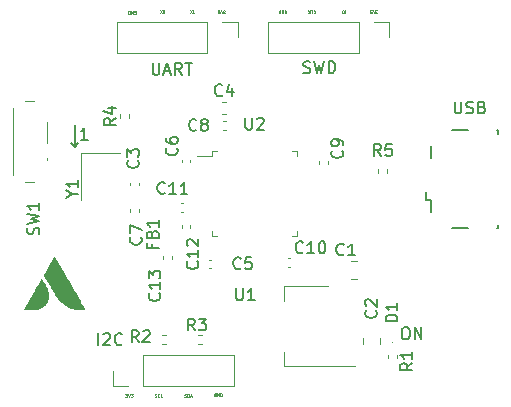
<source format=gbr>
%TF.GenerationSoftware,KiCad,Pcbnew,(6.0.10)*%
%TF.CreationDate,2023-05-01T12:45:21+05:45*%
%TF.ProjectId,arduino,61726475-696e-46f2-9e6b-696361645f70,rev?*%
%TF.SameCoordinates,Original*%
%TF.FileFunction,Legend,Top*%
%TF.FilePolarity,Positive*%
%FSLAX46Y46*%
G04 Gerber Fmt 4.6, Leading zero omitted, Abs format (unit mm)*
G04 Created by KiCad (PCBNEW (6.0.10)) date 2023-05-01 12:45:21*
%MOMM*%
%LPD*%
G01*
G04 APERTURE LIST*
%ADD10C,0.150000*%
%ADD11C,0.062500*%
%ADD12C,0.100000*%
%ADD13C,0.120000*%
G04 APERTURE END LIST*
D10*
X115255952Y-93952380D02*
X115446428Y-93952380D01*
X115541666Y-94000000D01*
X115636904Y-94095238D01*
X115684523Y-94285714D01*
X115684523Y-94619047D01*
X115636904Y-94809523D01*
X115541666Y-94904761D01*
X115446428Y-94952380D01*
X115255952Y-94952380D01*
X115160714Y-94904761D01*
X115065476Y-94809523D01*
X115017857Y-94619047D01*
X115017857Y-94285714D01*
X115065476Y-94095238D01*
X115160714Y-94000000D01*
X115255952Y-93952380D01*
X116113095Y-94952380D02*
X116113095Y-93952380D01*
X116684523Y-94952380D01*
X116684523Y-93952380D01*
X89323809Y-95452380D02*
X89323809Y-94452380D01*
X89752380Y-94547619D02*
X89800000Y-94500000D01*
X89895238Y-94452380D01*
X90133333Y-94452380D01*
X90228571Y-94500000D01*
X90276190Y-94547619D01*
X90323809Y-94642857D01*
X90323809Y-94738095D01*
X90276190Y-94880952D01*
X89704761Y-95452380D01*
X90323809Y-95452380D01*
X91323809Y-95357142D02*
X91276190Y-95404761D01*
X91133333Y-95452380D01*
X91038095Y-95452380D01*
X90895238Y-95404761D01*
X90800000Y-95309523D01*
X90752380Y-95214285D01*
X90704761Y-95023809D01*
X90704761Y-94880952D01*
X90752380Y-94690476D01*
X90800000Y-94595238D01*
X90895238Y-94500000D01*
X91038095Y-94452380D01*
X91133333Y-94452380D01*
X91276190Y-94500000D01*
X91323809Y-94547619D01*
X106692857Y-72379761D02*
X106835714Y-72427380D01*
X107073809Y-72427380D01*
X107169047Y-72379761D01*
X107216666Y-72332142D01*
X107264285Y-72236904D01*
X107264285Y-72141666D01*
X107216666Y-72046428D01*
X107169047Y-71998809D01*
X107073809Y-71951190D01*
X106883333Y-71903571D01*
X106788095Y-71855952D01*
X106740476Y-71808333D01*
X106692857Y-71713095D01*
X106692857Y-71617857D01*
X106740476Y-71522619D01*
X106788095Y-71475000D01*
X106883333Y-71427380D01*
X107121428Y-71427380D01*
X107264285Y-71475000D01*
X107597619Y-71427380D02*
X107835714Y-72427380D01*
X108026190Y-71713095D01*
X108216666Y-72427380D01*
X108454761Y-71427380D01*
X108835714Y-72427380D02*
X108835714Y-71427380D01*
X109073809Y-71427380D01*
X109216666Y-71475000D01*
X109311904Y-71570238D01*
X109359523Y-71665476D01*
X109407142Y-71855952D01*
X109407142Y-71998809D01*
X109359523Y-72189285D01*
X109311904Y-72284523D01*
X109216666Y-72379761D01*
X109073809Y-72427380D01*
X108835714Y-72427380D01*
X93929761Y-71552380D02*
X93929761Y-72361904D01*
X93977380Y-72457142D01*
X94025000Y-72504761D01*
X94120238Y-72552380D01*
X94310714Y-72552380D01*
X94405952Y-72504761D01*
X94453571Y-72457142D01*
X94501190Y-72361904D01*
X94501190Y-71552380D01*
X94929761Y-72266666D02*
X95405952Y-72266666D01*
X94834523Y-72552380D02*
X95167857Y-71552380D01*
X95501190Y-72552380D01*
X96405952Y-72552380D02*
X96072619Y-72076190D01*
X95834523Y-72552380D02*
X95834523Y-71552380D01*
X96215476Y-71552380D01*
X96310714Y-71600000D01*
X96358333Y-71647619D01*
X96405952Y-71742857D01*
X96405952Y-71885714D01*
X96358333Y-71980952D01*
X96310714Y-72028571D01*
X96215476Y-72076190D01*
X95834523Y-72076190D01*
X96691666Y-71552380D02*
X97263095Y-71552380D01*
X96977380Y-72552380D02*
X96977380Y-71552380D01*
X119488095Y-74827380D02*
X119488095Y-75636904D01*
X119535714Y-75732142D01*
X119583333Y-75779761D01*
X119678571Y-75827380D01*
X119869047Y-75827380D01*
X119964285Y-75779761D01*
X120011904Y-75732142D01*
X120059523Y-75636904D01*
X120059523Y-74827380D01*
X120488095Y-75779761D02*
X120630952Y-75827380D01*
X120869047Y-75827380D01*
X120964285Y-75779761D01*
X121011904Y-75732142D01*
X121059523Y-75636904D01*
X121059523Y-75541666D01*
X121011904Y-75446428D01*
X120964285Y-75398809D01*
X120869047Y-75351190D01*
X120678571Y-75303571D01*
X120583333Y-75255952D01*
X120535714Y-75208333D01*
X120488095Y-75113095D01*
X120488095Y-75017857D01*
X120535714Y-74922619D01*
X120583333Y-74875000D01*
X120678571Y-74827380D01*
X120916666Y-74827380D01*
X121059523Y-74875000D01*
X121821428Y-75303571D02*
X121964285Y-75351190D01*
X122011904Y-75398809D01*
X122059523Y-75494047D01*
X122059523Y-75636904D01*
X122011904Y-75732142D01*
X121964285Y-75779761D01*
X121869047Y-75827380D01*
X121488095Y-75827380D01*
X121488095Y-74827380D01*
X121821428Y-74827380D01*
X121916666Y-74875000D01*
X121964285Y-74922619D01*
X122011904Y-75017857D01*
X122011904Y-75113095D01*
X121964285Y-75208333D01*
X121916666Y-75255952D01*
X121821428Y-75303571D01*
X121488095Y-75303571D01*
D11*
X94102380Y-99826190D02*
X94138095Y-99838095D01*
X94197619Y-99838095D01*
X94221428Y-99826190D01*
X94233333Y-99814285D01*
X94245238Y-99790476D01*
X94245238Y-99766666D01*
X94233333Y-99742857D01*
X94221428Y-99730952D01*
X94197619Y-99719047D01*
X94150000Y-99707142D01*
X94126190Y-99695238D01*
X94114285Y-99683333D01*
X94102380Y-99659523D01*
X94102380Y-99635714D01*
X94114285Y-99611904D01*
X94126190Y-99600000D01*
X94150000Y-99588095D01*
X94209523Y-99588095D01*
X94245238Y-99600000D01*
X94495238Y-99814285D02*
X94483333Y-99826190D01*
X94447619Y-99838095D01*
X94423809Y-99838095D01*
X94388095Y-99826190D01*
X94364285Y-99802380D01*
X94352380Y-99778571D01*
X94340476Y-99730952D01*
X94340476Y-99695238D01*
X94352380Y-99647619D01*
X94364285Y-99623809D01*
X94388095Y-99600000D01*
X94423809Y-99588095D01*
X94447619Y-99588095D01*
X94483333Y-99600000D01*
X94495238Y-99611904D01*
X94721428Y-99838095D02*
X94602380Y-99838095D01*
X94602380Y-99588095D01*
X99284523Y-99550000D02*
X99260714Y-99538095D01*
X99225000Y-99538095D01*
X99189285Y-99550000D01*
X99165476Y-99573809D01*
X99153571Y-99597619D01*
X99141666Y-99645238D01*
X99141666Y-99680952D01*
X99153571Y-99728571D01*
X99165476Y-99752380D01*
X99189285Y-99776190D01*
X99225000Y-99788095D01*
X99248809Y-99788095D01*
X99284523Y-99776190D01*
X99296428Y-99764285D01*
X99296428Y-99680952D01*
X99248809Y-99680952D01*
X99403571Y-99788095D02*
X99403571Y-99538095D01*
X99546428Y-99788095D01*
X99546428Y-99538095D01*
X99665476Y-99788095D02*
X99665476Y-99538095D01*
X99725000Y-99538095D01*
X99760714Y-99550000D01*
X99784523Y-99573809D01*
X99796428Y-99597619D01*
X99808333Y-99645238D01*
X99808333Y-99680952D01*
X99796428Y-99728571D01*
X99784523Y-99752380D01*
X99760714Y-99776190D01*
X99725000Y-99788095D01*
X99665476Y-99788095D01*
X96621428Y-99826190D02*
X96657142Y-99838095D01*
X96716666Y-99838095D01*
X96740476Y-99826190D01*
X96752380Y-99814285D01*
X96764285Y-99790476D01*
X96764285Y-99766666D01*
X96752380Y-99742857D01*
X96740476Y-99730952D01*
X96716666Y-99719047D01*
X96669047Y-99707142D01*
X96645238Y-99695238D01*
X96633333Y-99683333D01*
X96621428Y-99659523D01*
X96621428Y-99635714D01*
X96633333Y-99611904D01*
X96645238Y-99600000D01*
X96669047Y-99588095D01*
X96728571Y-99588095D01*
X96764285Y-99600000D01*
X96871428Y-99838095D02*
X96871428Y-99588095D01*
X96930952Y-99588095D01*
X96966666Y-99600000D01*
X96990476Y-99623809D01*
X97002380Y-99647619D01*
X97014285Y-99695238D01*
X97014285Y-99730952D01*
X97002380Y-99778571D01*
X96990476Y-99802380D01*
X96966666Y-99826190D01*
X96930952Y-99838095D01*
X96871428Y-99838095D01*
X97109523Y-99766666D02*
X97228571Y-99766666D01*
X97085714Y-99838095D02*
X97169047Y-99588095D01*
X97252380Y-99838095D01*
X91615476Y-99588095D02*
X91770238Y-99588095D01*
X91686904Y-99683333D01*
X91722619Y-99683333D01*
X91746428Y-99695238D01*
X91758333Y-99707142D01*
X91770238Y-99730952D01*
X91770238Y-99790476D01*
X91758333Y-99814285D01*
X91746428Y-99826190D01*
X91722619Y-99838095D01*
X91651190Y-99838095D01*
X91627380Y-99826190D01*
X91615476Y-99814285D01*
X91841666Y-99588095D02*
X91925000Y-99838095D01*
X92008333Y-99588095D01*
X92067857Y-99588095D02*
X92222619Y-99588095D01*
X92139285Y-99683333D01*
X92175000Y-99683333D01*
X92198809Y-99695238D01*
X92210714Y-99707142D01*
X92222619Y-99730952D01*
X92222619Y-99790476D01*
X92210714Y-99814285D01*
X92198809Y-99826190D01*
X92175000Y-99838095D01*
X92103571Y-99838095D01*
X92079761Y-99826190D01*
X92067857Y-99814285D01*
X110230952Y-67111904D02*
X110230952Y-67361904D01*
X110064285Y-67361904D02*
X110016666Y-67361904D01*
X109992857Y-67350000D01*
X109969047Y-67326190D01*
X109957142Y-67278571D01*
X109957142Y-67195238D01*
X109969047Y-67147619D01*
X109992857Y-67123809D01*
X110016666Y-67111904D01*
X110064285Y-67111904D01*
X110088095Y-67123809D01*
X110111904Y-67147619D01*
X110123809Y-67195238D01*
X110123809Y-67278571D01*
X110111904Y-67326190D01*
X110088095Y-67350000D01*
X110064285Y-67361904D01*
X105115476Y-67350000D02*
X105139285Y-67361904D01*
X105175000Y-67361904D01*
X105210714Y-67350000D01*
X105234523Y-67326190D01*
X105246428Y-67302380D01*
X105258333Y-67254761D01*
X105258333Y-67219047D01*
X105246428Y-67171428D01*
X105234523Y-67147619D01*
X105210714Y-67123809D01*
X105175000Y-67111904D01*
X105151190Y-67111904D01*
X105115476Y-67123809D01*
X105103571Y-67135714D01*
X105103571Y-67219047D01*
X105151190Y-67219047D01*
X104996428Y-67111904D02*
X104996428Y-67361904D01*
X104853571Y-67111904D01*
X104853571Y-67361904D01*
X104734523Y-67111904D02*
X104734523Y-67361904D01*
X104675000Y-67361904D01*
X104639285Y-67350000D01*
X104615476Y-67326190D01*
X104603571Y-67302380D01*
X104591666Y-67254761D01*
X104591666Y-67219047D01*
X104603571Y-67171428D01*
X104615476Y-67147619D01*
X104639285Y-67123809D01*
X104675000Y-67111904D01*
X104734523Y-67111904D01*
X107548809Y-67135714D02*
X107560714Y-67123809D01*
X107596428Y-67111904D01*
X107620238Y-67111904D01*
X107655952Y-67123809D01*
X107679761Y-67147619D01*
X107691666Y-67171428D01*
X107703571Y-67219047D01*
X107703571Y-67254761D01*
X107691666Y-67302380D01*
X107679761Y-67326190D01*
X107655952Y-67350000D01*
X107620238Y-67361904D01*
X107596428Y-67361904D01*
X107560714Y-67350000D01*
X107548809Y-67338095D01*
X107322619Y-67111904D02*
X107441666Y-67111904D01*
X107441666Y-67361904D01*
X107239285Y-67111904D02*
X107239285Y-67361904D01*
X107096428Y-67111904D02*
X107203571Y-67254761D01*
X107096428Y-67361904D02*
X107239285Y-67219047D01*
X112934523Y-67336904D02*
X112779761Y-67336904D01*
X112863095Y-67241666D01*
X112827380Y-67241666D01*
X112803571Y-67229761D01*
X112791666Y-67217857D01*
X112779761Y-67194047D01*
X112779761Y-67134523D01*
X112791666Y-67110714D01*
X112803571Y-67098809D01*
X112827380Y-67086904D01*
X112898809Y-67086904D01*
X112922619Y-67098809D01*
X112934523Y-67110714D01*
X112708333Y-67336904D02*
X112625000Y-67086904D01*
X112541666Y-67336904D01*
X112482142Y-67336904D02*
X112327380Y-67336904D01*
X112410714Y-67241666D01*
X112375000Y-67241666D01*
X112351190Y-67229761D01*
X112339285Y-67217857D01*
X112327380Y-67194047D01*
X112327380Y-67134523D01*
X112339285Y-67110714D01*
X112351190Y-67098809D01*
X112375000Y-67086904D01*
X112446428Y-67086904D01*
X112470238Y-67098809D01*
X112482142Y-67110714D01*
X100034523Y-67361904D02*
X99879761Y-67361904D01*
X99963095Y-67266666D01*
X99927380Y-67266666D01*
X99903571Y-67254761D01*
X99891666Y-67242857D01*
X99879761Y-67219047D01*
X99879761Y-67159523D01*
X99891666Y-67135714D01*
X99903571Y-67123809D01*
X99927380Y-67111904D01*
X99998809Y-67111904D01*
X100022619Y-67123809D01*
X100034523Y-67135714D01*
X99808333Y-67361904D02*
X99725000Y-67111904D01*
X99641666Y-67361904D01*
X99582142Y-67361904D02*
X99427380Y-67361904D01*
X99510714Y-67266666D01*
X99475000Y-67266666D01*
X99451190Y-67254761D01*
X99439285Y-67242857D01*
X99427380Y-67219047D01*
X99427380Y-67159523D01*
X99439285Y-67135714D01*
X99451190Y-67123809D01*
X99475000Y-67111904D01*
X99546428Y-67111904D01*
X99570238Y-67123809D01*
X99582142Y-67135714D01*
X97440476Y-67361904D02*
X97297619Y-67361904D01*
X97369047Y-67111904D02*
X97369047Y-67361904D01*
X97238095Y-67361904D02*
X97071428Y-67111904D01*
X97071428Y-67361904D02*
X97238095Y-67111904D01*
X94766666Y-67111904D02*
X94850000Y-67230952D01*
X94909523Y-67111904D02*
X94909523Y-67361904D01*
X94814285Y-67361904D01*
X94790476Y-67350000D01*
X94778571Y-67338095D01*
X94766666Y-67314285D01*
X94766666Y-67278571D01*
X94778571Y-67254761D01*
X94790476Y-67242857D01*
X94814285Y-67230952D01*
X94909523Y-67230952D01*
X94683333Y-67361904D02*
X94516666Y-67111904D01*
X94516666Y-67361904D02*
X94683333Y-67111904D01*
X92365476Y-67400000D02*
X92389285Y-67411904D01*
X92425000Y-67411904D01*
X92460714Y-67400000D01*
X92484523Y-67376190D01*
X92496428Y-67352380D01*
X92508333Y-67304761D01*
X92508333Y-67269047D01*
X92496428Y-67221428D01*
X92484523Y-67197619D01*
X92460714Y-67173809D01*
X92425000Y-67161904D01*
X92401190Y-67161904D01*
X92365476Y-67173809D01*
X92353571Y-67185714D01*
X92353571Y-67269047D01*
X92401190Y-67269047D01*
X92246428Y-67161904D02*
X92246428Y-67411904D01*
X92103571Y-67161904D01*
X92103571Y-67411904D01*
X91984523Y-67161904D02*
X91984523Y-67411904D01*
X91925000Y-67411904D01*
X91889285Y-67400000D01*
X91865476Y-67376190D01*
X91853571Y-67352380D01*
X91841666Y-67304761D01*
X91841666Y-67269047D01*
X91853571Y-67221428D01*
X91865476Y-67197619D01*
X91889285Y-67173809D01*
X91925000Y-67161904D01*
X91984523Y-67161904D01*
D10*
X88435714Y-78052380D02*
X87864285Y-78052380D01*
X88150000Y-78052380D02*
X88150000Y-77052380D01*
X88054761Y-77195238D01*
X87959523Y-77290476D01*
X87864285Y-77338095D01*
X87325000Y-78675000D02*
X87050000Y-78375000D01*
X87325000Y-78675000D02*
X87600000Y-78375000D01*
X87325000Y-76825000D02*
X87325000Y-78675000D01*
%TO.C,D1*%
X114652380Y-93438095D02*
X113652380Y-93438095D01*
X113652380Y-93200000D01*
X113700000Y-93057142D01*
X113795238Y-92961904D01*
X113890476Y-92914285D01*
X114080952Y-92866666D01*
X114223809Y-92866666D01*
X114414285Y-92914285D01*
X114509523Y-92961904D01*
X114604761Y-93057142D01*
X114652380Y-93200000D01*
X114652380Y-93438095D01*
X114652380Y-91914285D02*
X114652380Y-92485714D01*
X114652380Y-92200000D02*
X113652380Y-92200000D01*
X113795238Y-92295238D01*
X113890476Y-92390476D01*
X113938095Y-92485714D01*
%TO.C,R2*%
X92733333Y-95202380D02*
X92400000Y-94726190D01*
X92161904Y-95202380D02*
X92161904Y-94202380D01*
X92542857Y-94202380D01*
X92638095Y-94250000D01*
X92685714Y-94297619D01*
X92733333Y-94392857D01*
X92733333Y-94535714D01*
X92685714Y-94630952D01*
X92638095Y-94678571D01*
X92542857Y-94726190D01*
X92161904Y-94726190D01*
X93114285Y-94297619D02*
X93161904Y-94250000D01*
X93257142Y-94202380D01*
X93495238Y-94202380D01*
X93590476Y-94250000D01*
X93638095Y-94297619D01*
X93685714Y-94392857D01*
X93685714Y-94488095D01*
X93638095Y-94630952D01*
X93066666Y-95202380D01*
X93685714Y-95202380D01*
%TO.C,Y1*%
X87126190Y-82676190D02*
X87602380Y-82676190D01*
X86602380Y-83009523D02*
X87126190Y-82676190D01*
X86602380Y-82342857D01*
X87602380Y-81485714D02*
X87602380Y-82057142D01*
X87602380Y-81771428D02*
X86602380Y-81771428D01*
X86745238Y-81866666D01*
X86840476Y-81961904D01*
X86888095Y-82057142D01*
%TO.C,C12*%
X97707142Y-88367857D02*
X97754761Y-88415476D01*
X97802380Y-88558333D01*
X97802380Y-88653571D01*
X97754761Y-88796428D01*
X97659523Y-88891666D01*
X97564285Y-88939285D01*
X97373809Y-88986904D01*
X97230952Y-88986904D01*
X97040476Y-88939285D01*
X96945238Y-88891666D01*
X96850000Y-88796428D01*
X96802380Y-88653571D01*
X96802380Y-88558333D01*
X96850000Y-88415476D01*
X96897619Y-88367857D01*
X97802380Y-87415476D02*
X97802380Y-87986904D01*
X97802380Y-87701190D02*
X96802380Y-87701190D01*
X96945238Y-87796428D01*
X97040476Y-87891666D01*
X97088095Y-87986904D01*
X96897619Y-87034523D02*
X96850000Y-86986904D01*
X96802380Y-86891666D01*
X96802380Y-86653571D01*
X96850000Y-86558333D01*
X96897619Y-86510714D01*
X96992857Y-86463095D01*
X97088095Y-86463095D01*
X97230952Y-86510714D01*
X97802380Y-87082142D01*
X97802380Y-86463095D01*
%TO.C,C13*%
X94482142Y-91067857D02*
X94529761Y-91115476D01*
X94577380Y-91258333D01*
X94577380Y-91353571D01*
X94529761Y-91496428D01*
X94434523Y-91591666D01*
X94339285Y-91639285D01*
X94148809Y-91686904D01*
X94005952Y-91686904D01*
X93815476Y-91639285D01*
X93720238Y-91591666D01*
X93625000Y-91496428D01*
X93577380Y-91353571D01*
X93577380Y-91258333D01*
X93625000Y-91115476D01*
X93672619Y-91067857D01*
X94577380Y-90115476D02*
X94577380Y-90686904D01*
X94577380Y-90401190D02*
X93577380Y-90401190D01*
X93720238Y-90496428D01*
X93815476Y-90591666D01*
X93863095Y-90686904D01*
X93577380Y-89782142D02*
X93577380Y-89163095D01*
X93958333Y-89496428D01*
X93958333Y-89353571D01*
X94005952Y-89258333D01*
X94053571Y-89210714D01*
X94148809Y-89163095D01*
X94386904Y-89163095D01*
X94482142Y-89210714D01*
X94529761Y-89258333D01*
X94577380Y-89353571D01*
X94577380Y-89639285D01*
X94529761Y-89734523D01*
X94482142Y-89782142D01*
%TO.C,C6*%
X95957142Y-78766666D02*
X96004761Y-78814285D01*
X96052380Y-78957142D01*
X96052380Y-79052380D01*
X96004761Y-79195238D01*
X95909523Y-79290476D01*
X95814285Y-79338095D01*
X95623809Y-79385714D01*
X95480952Y-79385714D01*
X95290476Y-79338095D01*
X95195238Y-79290476D01*
X95100000Y-79195238D01*
X95052380Y-79052380D01*
X95052380Y-78957142D01*
X95100000Y-78814285D01*
X95147619Y-78766666D01*
X95052380Y-77909523D02*
X95052380Y-78100000D01*
X95100000Y-78195238D01*
X95147619Y-78242857D01*
X95290476Y-78338095D01*
X95480952Y-78385714D01*
X95861904Y-78385714D01*
X95957142Y-78338095D01*
X96004761Y-78290476D01*
X96052380Y-78195238D01*
X96052380Y-78004761D01*
X96004761Y-77909523D01*
X95957142Y-77861904D01*
X95861904Y-77814285D01*
X95623809Y-77814285D01*
X95528571Y-77861904D01*
X95480952Y-77909523D01*
X95433333Y-78004761D01*
X95433333Y-78195238D01*
X95480952Y-78290476D01*
X95528571Y-78338095D01*
X95623809Y-78385714D01*
%TO.C,C5*%
X101383333Y-88932142D02*
X101335714Y-88979761D01*
X101192857Y-89027380D01*
X101097619Y-89027380D01*
X100954761Y-88979761D01*
X100859523Y-88884523D01*
X100811904Y-88789285D01*
X100764285Y-88598809D01*
X100764285Y-88455952D01*
X100811904Y-88265476D01*
X100859523Y-88170238D01*
X100954761Y-88075000D01*
X101097619Y-88027380D01*
X101192857Y-88027380D01*
X101335714Y-88075000D01*
X101383333Y-88122619D01*
X102288095Y-88027380D02*
X101811904Y-88027380D01*
X101764285Y-88503571D01*
X101811904Y-88455952D01*
X101907142Y-88408333D01*
X102145238Y-88408333D01*
X102240476Y-88455952D01*
X102288095Y-88503571D01*
X102335714Y-88598809D01*
X102335714Y-88836904D01*
X102288095Y-88932142D01*
X102240476Y-88979761D01*
X102145238Y-89027380D01*
X101907142Y-89027380D01*
X101811904Y-88979761D01*
X101764285Y-88932142D01*
%TO.C,R5*%
X113258333Y-79427380D02*
X112925000Y-78951190D01*
X112686904Y-79427380D02*
X112686904Y-78427380D01*
X113067857Y-78427380D01*
X113163095Y-78475000D01*
X113210714Y-78522619D01*
X113258333Y-78617857D01*
X113258333Y-78760714D01*
X113210714Y-78855952D01*
X113163095Y-78903571D01*
X113067857Y-78951190D01*
X112686904Y-78951190D01*
X114163095Y-78427380D02*
X113686904Y-78427380D01*
X113639285Y-78903571D01*
X113686904Y-78855952D01*
X113782142Y-78808333D01*
X114020238Y-78808333D01*
X114115476Y-78855952D01*
X114163095Y-78903571D01*
X114210714Y-78998809D01*
X114210714Y-79236904D01*
X114163095Y-79332142D01*
X114115476Y-79379761D01*
X114020238Y-79427380D01*
X113782142Y-79427380D01*
X113686904Y-79379761D01*
X113639285Y-79332142D01*
%TO.C,R3*%
X97498333Y-94202380D02*
X97165000Y-93726190D01*
X96926904Y-94202380D02*
X96926904Y-93202380D01*
X97307857Y-93202380D01*
X97403095Y-93250000D01*
X97450714Y-93297619D01*
X97498333Y-93392857D01*
X97498333Y-93535714D01*
X97450714Y-93630952D01*
X97403095Y-93678571D01*
X97307857Y-93726190D01*
X96926904Y-93726190D01*
X97831666Y-93202380D02*
X98450714Y-93202380D01*
X98117380Y-93583333D01*
X98260238Y-93583333D01*
X98355476Y-93630952D01*
X98403095Y-93678571D01*
X98450714Y-93773809D01*
X98450714Y-94011904D01*
X98403095Y-94107142D01*
X98355476Y-94154761D01*
X98260238Y-94202380D01*
X97974523Y-94202380D01*
X97879285Y-94154761D01*
X97831666Y-94107142D01*
%TO.C,C4*%
X99808333Y-74277142D02*
X99760714Y-74324761D01*
X99617857Y-74372380D01*
X99522619Y-74372380D01*
X99379761Y-74324761D01*
X99284523Y-74229523D01*
X99236904Y-74134285D01*
X99189285Y-73943809D01*
X99189285Y-73800952D01*
X99236904Y-73610476D01*
X99284523Y-73515238D01*
X99379761Y-73420000D01*
X99522619Y-73372380D01*
X99617857Y-73372380D01*
X99760714Y-73420000D01*
X99808333Y-73467619D01*
X100665476Y-73705714D02*
X100665476Y-74372380D01*
X100427380Y-73324761D02*
X100189285Y-74039047D01*
X100808333Y-74039047D01*
%TO.C,R4*%
X90807380Y-76226666D02*
X90331190Y-76560000D01*
X90807380Y-76798095D02*
X89807380Y-76798095D01*
X89807380Y-76417142D01*
X89855000Y-76321904D01*
X89902619Y-76274285D01*
X89997857Y-76226666D01*
X90140714Y-76226666D01*
X90235952Y-76274285D01*
X90283571Y-76321904D01*
X90331190Y-76417142D01*
X90331190Y-76798095D01*
X90140714Y-75369523D02*
X90807380Y-75369523D01*
X89759761Y-75607619D02*
X90474047Y-75845714D01*
X90474047Y-75226666D01*
%TO.C,C10*%
X106657142Y-87582142D02*
X106609523Y-87629761D01*
X106466666Y-87677380D01*
X106371428Y-87677380D01*
X106228571Y-87629761D01*
X106133333Y-87534523D01*
X106085714Y-87439285D01*
X106038095Y-87248809D01*
X106038095Y-87105952D01*
X106085714Y-86915476D01*
X106133333Y-86820238D01*
X106228571Y-86725000D01*
X106371428Y-86677380D01*
X106466666Y-86677380D01*
X106609523Y-86725000D01*
X106657142Y-86772619D01*
X107609523Y-87677380D02*
X107038095Y-87677380D01*
X107323809Y-87677380D02*
X107323809Y-86677380D01*
X107228571Y-86820238D01*
X107133333Y-86915476D01*
X107038095Y-86963095D01*
X108228571Y-86677380D02*
X108323809Y-86677380D01*
X108419047Y-86725000D01*
X108466666Y-86772619D01*
X108514285Y-86867857D01*
X108561904Y-87058333D01*
X108561904Y-87296428D01*
X108514285Y-87486904D01*
X108466666Y-87582142D01*
X108419047Y-87629761D01*
X108323809Y-87677380D01*
X108228571Y-87677380D01*
X108133333Y-87629761D01*
X108085714Y-87582142D01*
X108038095Y-87486904D01*
X107990476Y-87296428D01*
X107990476Y-87058333D01*
X108038095Y-86867857D01*
X108085714Y-86772619D01*
X108133333Y-86725000D01*
X108228571Y-86677380D01*
%TO.C,C7*%
X92907142Y-86316666D02*
X92954761Y-86364285D01*
X93002380Y-86507142D01*
X93002380Y-86602380D01*
X92954761Y-86745238D01*
X92859523Y-86840476D01*
X92764285Y-86888095D01*
X92573809Y-86935714D01*
X92430952Y-86935714D01*
X92240476Y-86888095D01*
X92145238Y-86840476D01*
X92050000Y-86745238D01*
X92002380Y-86602380D01*
X92002380Y-86507142D01*
X92050000Y-86364285D01*
X92097619Y-86316666D01*
X92002380Y-85983333D02*
X92002380Y-85316666D01*
X93002380Y-85745238D01*
%TO.C,C2*%
X112807142Y-92516666D02*
X112854761Y-92564285D01*
X112902380Y-92707142D01*
X112902380Y-92802380D01*
X112854761Y-92945238D01*
X112759523Y-93040476D01*
X112664285Y-93088095D01*
X112473809Y-93135714D01*
X112330952Y-93135714D01*
X112140476Y-93088095D01*
X112045238Y-93040476D01*
X111950000Y-92945238D01*
X111902380Y-92802380D01*
X111902380Y-92707142D01*
X111950000Y-92564285D01*
X111997619Y-92516666D01*
X111997619Y-92135714D02*
X111950000Y-92088095D01*
X111902380Y-91992857D01*
X111902380Y-91754761D01*
X111950000Y-91659523D01*
X111997619Y-91611904D01*
X112092857Y-91564285D01*
X112188095Y-91564285D01*
X112330952Y-91611904D01*
X112902380Y-92183333D01*
X112902380Y-91564285D01*
%TO.C,R1*%
X115902380Y-96966666D02*
X115426190Y-97300000D01*
X115902380Y-97538095D02*
X114902380Y-97538095D01*
X114902380Y-97157142D01*
X114950000Y-97061904D01*
X114997619Y-97014285D01*
X115092857Y-96966666D01*
X115235714Y-96966666D01*
X115330952Y-97014285D01*
X115378571Y-97061904D01*
X115426190Y-97157142D01*
X115426190Y-97538095D01*
X115902380Y-96014285D02*
X115902380Y-96585714D01*
X115902380Y-96300000D02*
X114902380Y-96300000D01*
X115045238Y-96395238D01*
X115140476Y-96490476D01*
X115188095Y-96585714D01*
%TO.C,C8*%
X97633333Y-77207142D02*
X97585714Y-77254761D01*
X97442857Y-77302380D01*
X97347619Y-77302380D01*
X97204761Y-77254761D01*
X97109523Y-77159523D01*
X97061904Y-77064285D01*
X97014285Y-76873809D01*
X97014285Y-76730952D01*
X97061904Y-76540476D01*
X97109523Y-76445238D01*
X97204761Y-76350000D01*
X97347619Y-76302380D01*
X97442857Y-76302380D01*
X97585714Y-76350000D01*
X97633333Y-76397619D01*
X98204761Y-76730952D02*
X98109523Y-76683333D01*
X98061904Y-76635714D01*
X98014285Y-76540476D01*
X98014285Y-76492857D01*
X98061904Y-76397619D01*
X98109523Y-76350000D01*
X98204761Y-76302380D01*
X98395238Y-76302380D01*
X98490476Y-76350000D01*
X98538095Y-76397619D01*
X98585714Y-76492857D01*
X98585714Y-76540476D01*
X98538095Y-76635714D01*
X98490476Y-76683333D01*
X98395238Y-76730952D01*
X98204761Y-76730952D01*
X98109523Y-76778571D01*
X98061904Y-76826190D01*
X98014285Y-76921428D01*
X98014285Y-77111904D01*
X98061904Y-77207142D01*
X98109523Y-77254761D01*
X98204761Y-77302380D01*
X98395238Y-77302380D01*
X98490476Y-77254761D01*
X98538095Y-77207142D01*
X98585714Y-77111904D01*
X98585714Y-76921428D01*
X98538095Y-76826190D01*
X98490476Y-76778571D01*
X98395238Y-76730952D01*
%TO.C,C11*%
X94957142Y-82557142D02*
X94909523Y-82604761D01*
X94766666Y-82652380D01*
X94671428Y-82652380D01*
X94528571Y-82604761D01*
X94433333Y-82509523D01*
X94385714Y-82414285D01*
X94338095Y-82223809D01*
X94338095Y-82080952D01*
X94385714Y-81890476D01*
X94433333Y-81795238D01*
X94528571Y-81700000D01*
X94671428Y-81652380D01*
X94766666Y-81652380D01*
X94909523Y-81700000D01*
X94957142Y-81747619D01*
X95909523Y-82652380D02*
X95338095Y-82652380D01*
X95623809Y-82652380D02*
X95623809Y-81652380D01*
X95528571Y-81795238D01*
X95433333Y-81890476D01*
X95338095Y-81938095D01*
X96861904Y-82652380D02*
X96290476Y-82652380D01*
X96576190Y-82652380D02*
X96576190Y-81652380D01*
X96480952Y-81795238D01*
X96385714Y-81890476D01*
X96290476Y-81938095D01*
%TO.C,SW1*%
X84279761Y-86083333D02*
X84327380Y-85940476D01*
X84327380Y-85702380D01*
X84279761Y-85607142D01*
X84232142Y-85559523D01*
X84136904Y-85511904D01*
X84041666Y-85511904D01*
X83946428Y-85559523D01*
X83898809Y-85607142D01*
X83851190Y-85702380D01*
X83803571Y-85892857D01*
X83755952Y-85988095D01*
X83708333Y-86035714D01*
X83613095Y-86083333D01*
X83517857Y-86083333D01*
X83422619Y-86035714D01*
X83375000Y-85988095D01*
X83327380Y-85892857D01*
X83327380Y-85654761D01*
X83375000Y-85511904D01*
X83327380Y-85178571D02*
X84327380Y-84940476D01*
X83613095Y-84750000D01*
X84327380Y-84559523D01*
X83327380Y-84321428D01*
X84327380Y-83416666D02*
X84327380Y-83988095D01*
X84327380Y-83702380D02*
X83327380Y-83702380D01*
X83470238Y-83797619D01*
X83565476Y-83892857D01*
X83613095Y-83988095D01*
%TO.C,C9*%
X109957142Y-78991666D02*
X110004761Y-79039285D01*
X110052380Y-79182142D01*
X110052380Y-79277380D01*
X110004761Y-79420238D01*
X109909523Y-79515476D01*
X109814285Y-79563095D01*
X109623809Y-79610714D01*
X109480952Y-79610714D01*
X109290476Y-79563095D01*
X109195238Y-79515476D01*
X109100000Y-79420238D01*
X109052380Y-79277380D01*
X109052380Y-79182142D01*
X109100000Y-79039285D01*
X109147619Y-78991666D01*
X110052380Y-78515476D02*
X110052380Y-78325000D01*
X110004761Y-78229761D01*
X109957142Y-78182142D01*
X109814285Y-78086904D01*
X109623809Y-78039285D01*
X109242857Y-78039285D01*
X109147619Y-78086904D01*
X109100000Y-78134523D01*
X109052380Y-78229761D01*
X109052380Y-78420238D01*
X109100000Y-78515476D01*
X109147619Y-78563095D01*
X109242857Y-78610714D01*
X109480952Y-78610714D01*
X109576190Y-78563095D01*
X109623809Y-78515476D01*
X109671428Y-78420238D01*
X109671428Y-78229761D01*
X109623809Y-78134523D01*
X109576190Y-78086904D01*
X109480952Y-78039285D01*
%TO.C,C1*%
X110108333Y-87757142D02*
X110060714Y-87804761D01*
X109917857Y-87852380D01*
X109822619Y-87852380D01*
X109679761Y-87804761D01*
X109584523Y-87709523D01*
X109536904Y-87614285D01*
X109489285Y-87423809D01*
X109489285Y-87280952D01*
X109536904Y-87090476D01*
X109584523Y-86995238D01*
X109679761Y-86900000D01*
X109822619Y-86852380D01*
X109917857Y-86852380D01*
X110060714Y-86900000D01*
X110108333Y-86947619D01*
X111060714Y-87852380D02*
X110489285Y-87852380D01*
X110775000Y-87852380D02*
X110775000Y-86852380D01*
X110679761Y-86995238D01*
X110584523Y-87090476D01*
X110489285Y-87138095D01*
%TO.C,U1*%
X100988095Y-90652380D02*
X100988095Y-91461904D01*
X101035714Y-91557142D01*
X101083333Y-91604761D01*
X101178571Y-91652380D01*
X101369047Y-91652380D01*
X101464285Y-91604761D01*
X101511904Y-91557142D01*
X101559523Y-91461904D01*
X101559523Y-90652380D01*
X102559523Y-91652380D02*
X101988095Y-91652380D01*
X102273809Y-91652380D02*
X102273809Y-90652380D01*
X102178571Y-90795238D01*
X102083333Y-90890476D01*
X101988095Y-90938095D01*
%TO.C,C3*%
X92657142Y-79816666D02*
X92704761Y-79864285D01*
X92752380Y-80007142D01*
X92752380Y-80102380D01*
X92704761Y-80245238D01*
X92609523Y-80340476D01*
X92514285Y-80388095D01*
X92323809Y-80435714D01*
X92180952Y-80435714D01*
X91990476Y-80388095D01*
X91895238Y-80340476D01*
X91800000Y-80245238D01*
X91752380Y-80102380D01*
X91752380Y-80007142D01*
X91800000Y-79864285D01*
X91847619Y-79816666D01*
X91752380Y-79483333D02*
X91752380Y-78864285D01*
X92133333Y-79197619D01*
X92133333Y-79054761D01*
X92180952Y-78959523D01*
X92228571Y-78911904D01*
X92323809Y-78864285D01*
X92561904Y-78864285D01*
X92657142Y-78911904D01*
X92704761Y-78959523D01*
X92752380Y-79054761D01*
X92752380Y-79340476D01*
X92704761Y-79435714D01*
X92657142Y-79483333D01*
%TO.C,FB1*%
X93903571Y-86908333D02*
X93903571Y-87241666D01*
X94427380Y-87241666D02*
X93427380Y-87241666D01*
X93427380Y-86765476D01*
X93903571Y-86051190D02*
X93951190Y-85908333D01*
X93998809Y-85860714D01*
X94094047Y-85813095D01*
X94236904Y-85813095D01*
X94332142Y-85860714D01*
X94379761Y-85908333D01*
X94427380Y-86003571D01*
X94427380Y-86384523D01*
X93427380Y-86384523D01*
X93427380Y-86051190D01*
X93475000Y-85955952D01*
X93522619Y-85908333D01*
X93617857Y-85860714D01*
X93713095Y-85860714D01*
X93808333Y-85908333D01*
X93855952Y-85955952D01*
X93903571Y-86051190D01*
X93903571Y-86384523D01*
X94427380Y-84860714D02*
X94427380Y-85432142D01*
X94427380Y-85146428D02*
X93427380Y-85146428D01*
X93570238Y-85241666D01*
X93665476Y-85336904D01*
X93713095Y-85432142D01*
%TO.C,U2*%
X101788095Y-76202380D02*
X101788095Y-77011904D01*
X101835714Y-77107142D01*
X101883333Y-77154761D01*
X101978571Y-77202380D01*
X102169047Y-77202380D01*
X102264285Y-77154761D01*
X102311904Y-77107142D01*
X102359523Y-77011904D01*
X102359523Y-76202380D01*
X102788095Y-76297619D02*
X102835714Y-76250000D01*
X102930952Y-76202380D01*
X103169047Y-76202380D01*
X103264285Y-76250000D01*
X103311904Y-76297619D01*
X103359523Y-76392857D01*
X103359523Y-76488095D01*
X103311904Y-76630952D01*
X102740476Y-77202380D01*
X103359523Y-77202380D01*
D12*
%TO.C,D1*%
X114225000Y-95210000D02*
G75*
G03*
X114225000Y-95210000I-50000J0D01*
G01*
D10*
%TO.C,J4*%
X123200000Y-85550000D02*
X123200000Y-85250000D01*
X117075000Y-83200000D02*
X117500000Y-83200000D01*
X120650000Y-77250000D02*
X119250000Y-77250000D01*
X117500000Y-83200000D02*
X117500000Y-84200000D01*
X123200000Y-77550000D02*
X123200000Y-77250000D01*
X123050000Y-85550000D02*
X123200000Y-85550000D01*
X119250000Y-85550000D02*
X120650000Y-85550000D01*
X123200000Y-77250000D02*
X123050000Y-77250000D01*
X117500000Y-79600000D02*
X117500000Y-78600000D01*
X117075000Y-82475000D02*
X117075000Y-83200000D01*
%TO.C,G\u002A\u002A\u002A*%
G36*
X84547339Y-89816832D02*
G01*
X84563161Y-89840773D01*
X84588273Y-89881331D01*
X84622767Y-89938658D01*
X84666734Y-90012910D01*
X84720263Y-90104240D01*
X84783447Y-90212802D01*
X84856376Y-90338749D01*
X84939141Y-90482236D01*
X84984083Y-90560333D01*
X85032986Y-90651506D01*
X85071865Y-90739097D01*
X85102170Y-90827977D01*
X85125346Y-90923022D01*
X85142843Y-91029105D01*
X85154590Y-91134377D01*
X85159766Y-91256232D01*
X85153847Y-91381487D01*
X85137432Y-91501809D01*
X85123667Y-91564760D01*
X85087658Y-91672034D01*
X85033465Y-91783804D01*
X84962262Y-91898191D01*
X84875219Y-92013312D01*
X84773508Y-92127289D01*
X84773043Y-92127771D01*
X84679627Y-92217654D01*
X84587895Y-92290503D01*
X84493645Y-92348791D01*
X84392672Y-92394990D01*
X84280774Y-92431574D01*
X84237795Y-92442676D01*
X84220328Y-92446258D01*
X84198476Y-92449346D01*
X84170565Y-92451990D01*
X84134921Y-92454246D01*
X84089871Y-92456165D01*
X84033740Y-92457801D01*
X83964855Y-92459206D01*
X83881542Y-92460434D01*
X83782128Y-92461537D01*
X83664938Y-92462569D01*
X83591702Y-92463130D01*
X83012245Y-92467388D01*
X83048266Y-92403028D01*
X83070421Y-92363684D01*
X83100798Y-92310116D01*
X83138714Y-92243508D01*
X83183486Y-92165048D01*
X83234432Y-92075921D01*
X83290870Y-91977313D01*
X83352116Y-91870409D01*
X83417490Y-91756396D01*
X83486308Y-91636460D01*
X83557888Y-91511786D01*
X83631548Y-91383560D01*
X83706605Y-91252968D01*
X83782377Y-91121196D01*
X83858181Y-90989430D01*
X83933336Y-90858856D01*
X84007158Y-90730660D01*
X84078966Y-90606027D01*
X84148077Y-90486143D01*
X84213809Y-90372195D01*
X84275479Y-90265368D01*
X84332404Y-90166848D01*
X84383904Y-90077821D01*
X84429294Y-89999472D01*
X84467893Y-89932988D01*
X84499019Y-89879555D01*
X84521988Y-89840359D01*
X84536119Y-89816584D01*
X84540718Y-89809353D01*
X84547339Y-89816832D01*
G37*
G36*
X85644179Y-87920401D02*
G01*
X85646812Y-87923705D01*
X85654032Y-87935898D01*
X85670771Y-87964692D01*
X85696511Y-88009186D01*
X85730736Y-88068477D01*
X85772928Y-88141665D01*
X85822568Y-88227847D01*
X85879140Y-88326122D01*
X85942126Y-88435589D01*
X86011007Y-88555345D01*
X86085267Y-88684490D01*
X86164388Y-88822121D01*
X86247852Y-88967337D01*
X86335141Y-89119236D01*
X86425739Y-89276918D01*
X86519126Y-89439479D01*
X86614786Y-89606019D01*
X86712202Y-89775636D01*
X86810854Y-89947428D01*
X86910226Y-90120494D01*
X87009801Y-90293932D01*
X87109060Y-90466840D01*
X87207485Y-90638317D01*
X87304560Y-90807462D01*
X87399767Y-90973372D01*
X87492587Y-91135147D01*
X87582504Y-91291884D01*
X87668999Y-91442681D01*
X87751556Y-91586638D01*
X87829656Y-91722853D01*
X87902782Y-91850424D01*
X87970415Y-91968449D01*
X88032040Y-92076027D01*
X88087137Y-92172256D01*
X88135190Y-92256234D01*
X88175680Y-92327061D01*
X88208090Y-92383834D01*
X88231902Y-92425652D01*
X88246600Y-92451613D01*
X88251664Y-92460816D01*
X88251664Y-92460820D01*
X88241898Y-92462377D01*
X88214278Y-92463583D01*
X88171327Y-92464454D01*
X88115566Y-92465009D01*
X88049515Y-92465267D01*
X87975695Y-92465244D01*
X87896628Y-92464959D01*
X87814834Y-92464431D01*
X87732835Y-92463676D01*
X87653151Y-92462714D01*
X87578304Y-92461563D01*
X87510814Y-92460239D01*
X87453203Y-92458763D01*
X87407992Y-92457150D01*
X87377702Y-92455420D01*
X87368790Y-92454496D01*
X87210749Y-92422602D01*
X87048556Y-92372271D01*
X86884087Y-92304533D01*
X86719215Y-92220417D01*
X86555815Y-92120950D01*
X86395761Y-92007164D01*
X86240928Y-91880087D01*
X86122971Y-91770424D01*
X86088184Y-91736311D01*
X86056876Y-91705462D01*
X86028300Y-91676753D01*
X86001709Y-91649059D01*
X85976358Y-91621257D01*
X85951500Y-91592221D01*
X85926389Y-91560829D01*
X85900279Y-91525954D01*
X85872423Y-91486473D01*
X85842076Y-91441262D01*
X85808491Y-91389196D01*
X85770923Y-91329150D01*
X85728624Y-91260002D01*
X85680848Y-91180625D01*
X85626850Y-91089896D01*
X85565883Y-90986691D01*
X85497201Y-90869884D01*
X85420057Y-90738353D01*
X85333706Y-90590972D01*
X85284972Y-90507791D01*
X85209005Y-90378062D01*
X85136013Y-90253259D01*
X85066647Y-90134504D01*
X85001560Y-90022921D01*
X84941404Y-89919634D01*
X84886832Y-89825766D01*
X84838495Y-89742439D01*
X84797045Y-89670778D01*
X84763136Y-89611905D01*
X84737419Y-89566945D01*
X84720546Y-89537019D01*
X84713169Y-89523252D01*
X84712887Y-89522460D01*
X84718058Y-89512914D01*
X84732581Y-89486903D01*
X84755748Y-89445680D01*
X84786849Y-89390501D01*
X84825176Y-89322619D01*
X84870019Y-89243288D01*
X84920669Y-89153764D01*
X84976418Y-89055299D01*
X85036556Y-88949149D01*
X85100374Y-88836568D01*
X85167163Y-88718809D01*
X85173170Y-88708222D01*
X85251458Y-88570266D01*
X85320336Y-88449007D01*
X85380429Y-88343410D01*
X85432364Y-88252435D01*
X85476766Y-88175049D01*
X85514261Y-88110212D01*
X85545475Y-88056890D01*
X85571033Y-88014044D01*
X85591563Y-87980639D01*
X85607689Y-87955638D01*
X85620038Y-87938003D01*
X85629236Y-87926699D01*
X85635908Y-87920688D01*
X85640680Y-87918934D01*
X85644179Y-87920401D01*
G37*
D13*
%TO.C,R2*%
X95043641Y-95355000D02*
X94736359Y-95355000D01*
X95043641Y-94595000D02*
X94736359Y-94595000D01*
%TO.C,Y1*%
X87900000Y-79200000D02*
X87900000Y-83200000D01*
X91200000Y-79200000D02*
X87900000Y-79200000D01*
%TO.C,C12*%
X97110000Y-85302164D02*
X97110000Y-85517836D01*
X96390000Y-85302164D02*
X96390000Y-85517836D01*
%TO.C,J3*%
X111360000Y-70730000D02*
X103680000Y-70730000D01*
X103680000Y-68070000D02*
X103680000Y-70730000D01*
X111360000Y-68070000D02*
X103680000Y-68070000D01*
X113960000Y-68070000D02*
X113960000Y-69400000D01*
X112630000Y-68070000D02*
X113960000Y-68070000D01*
X111360000Y-68070000D02*
X111360000Y-70730000D01*
%TO.C,C13*%
X95560000Y-87912164D02*
X95560000Y-88127836D01*
X94840000Y-87912164D02*
X94840000Y-88127836D01*
%TO.C,C6*%
X97110000Y-79772164D02*
X97110000Y-79987836D01*
X96390000Y-79772164D02*
X96390000Y-79987836D01*
%TO.C,C5*%
X98672164Y-88960000D02*
X98887836Y-88960000D01*
X98672164Y-88240000D02*
X98887836Y-88240000D01*
%TO.C,R5*%
X113805000Y-80571359D02*
X113805000Y-80878641D01*
X113045000Y-80571359D02*
X113045000Y-80878641D01*
%TO.C,R3*%
X97761359Y-95370000D02*
X98068641Y-95370000D01*
X97761359Y-94610000D02*
X98068641Y-94610000D01*
%TO.C,C4*%
X99834420Y-75860000D02*
X100115580Y-75860000D01*
X99834420Y-74840000D02*
X100115580Y-74840000D01*
%TO.C,R4*%
X91145000Y-76213641D02*
X91145000Y-75906359D01*
X91905000Y-76213641D02*
X91905000Y-75906359D01*
%TO.C,C10*%
X105582836Y-88090000D02*
X105367164Y-88090000D01*
X105582836Y-88810000D02*
X105367164Y-88810000D01*
%TO.C,C7*%
X92040000Y-83962164D02*
X92040000Y-84177836D01*
X92760000Y-83962164D02*
X92760000Y-84177836D01*
%TO.C,C2*%
X113185000Y-94838748D02*
X113185000Y-95361252D01*
X111715000Y-94838748D02*
X111715000Y-95361252D01*
%TO.C,R1*%
X114580000Y-96246359D02*
X114580000Y-96553641D01*
X113820000Y-96246359D02*
X113820000Y-96553641D01*
%TO.C,C8*%
X99912164Y-77220000D02*
X100127836Y-77220000D01*
X99912164Y-76500000D02*
X100127836Y-76500000D01*
%TO.C,C11*%
X96507836Y-83440000D02*
X96292164Y-83440000D01*
X96507836Y-84160000D02*
X96292164Y-84160000D01*
%TO.C,SW1*%
X83895000Y-74750000D02*
X83105000Y-74750000D01*
X83105000Y-81650000D02*
X83895000Y-81650000D01*
X84945000Y-79600000D02*
X84945000Y-79800000D01*
X82095000Y-75350000D02*
X82095000Y-81050000D01*
X84945000Y-76600000D02*
X84945000Y-78300000D01*
%TO.C,C9*%
X108040000Y-79892164D02*
X108040000Y-80107836D01*
X108760000Y-79892164D02*
X108760000Y-80107836D01*
%TO.C,J1*%
X99830000Y-68070000D02*
X101160000Y-68070000D01*
X98560000Y-70730000D02*
X90880000Y-70730000D01*
X90880000Y-68070000D02*
X90880000Y-70730000D01*
X98560000Y-68070000D02*
X90880000Y-68070000D01*
X101160000Y-68070000D02*
X101160000Y-69400000D01*
X98560000Y-68070000D02*
X98560000Y-70730000D01*
%TO.C,J2*%
X93140000Y-96290000D02*
X100820000Y-96290000D01*
X93140000Y-98950000D02*
X100820000Y-98950000D01*
X100820000Y-98950000D02*
X100820000Y-96290000D01*
X93140000Y-98950000D02*
X93140000Y-96290000D01*
X91870000Y-98950000D02*
X90540000Y-98950000D01*
X90540000Y-98950000D02*
X90540000Y-97620000D01*
%TO.C,C1*%
X110688748Y-89835000D02*
X111211252Y-89835000D01*
X110688748Y-88365000D02*
X111211252Y-88365000D01*
%TO.C,U1*%
X105040000Y-90440000D02*
X105040000Y-91700000D01*
X108800000Y-90440000D02*
X105040000Y-90440000D01*
X105040000Y-97260000D02*
X105040000Y-96000000D01*
X111050000Y-97260000D02*
X105040000Y-97260000D01*
%TO.C,C3*%
X92760000Y-81692164D02*
X92760000Y-81907836D01*
X92040000Y-81692164D02*
X92040000Y-81907836D01*
%TO.C,U2*%
X98940000Y-86210000D02*
X98940000Y-85760000D01*
X106160000Y-86210000D02*
X106160000Y-85760000D01*
X105710000Y-78990000D02*
X106160000Y-78990000D01*
X105710000Y-86210000D02*
X106160000Y-86210000D01*
X98940000Y-78990000D02*
X98940000Y-79440000D01*
X99390000Y-86210000D02*
X98940000Y-86210000D01*
X106160000Y-78990000D02*
X106160000Y-79440000D01*
X98940000Y-79440000D02*
X97650000Y-79440000D01*
X99390000Y-78990000D02*
X98940000Y-78990000D01*
%TD*%
M02*

</source>
